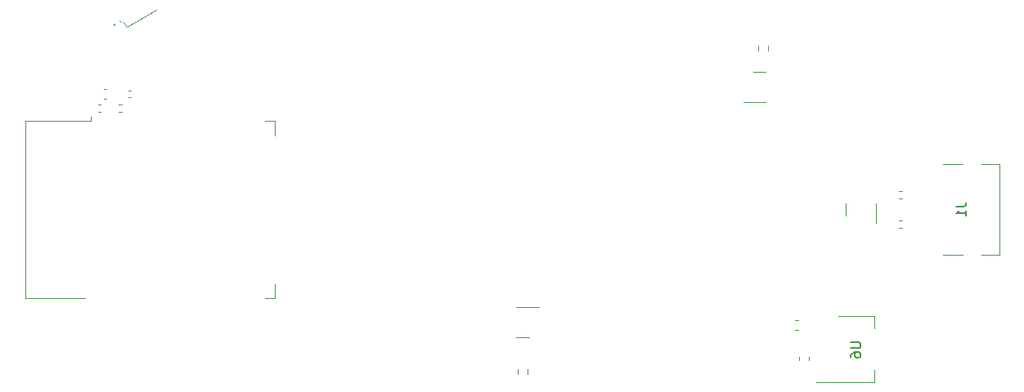
<source format=gbr>
%TF.GenerationSoftware,KiCad,Pcbnew,7.0.5*%
%TF.CreationDate,2023-07-04T20:42:27-04:00*%
%TF.ProjectId,Nixie Clock,4e697869-6520-4436-9c6f-636b2e6b6963,rev?*%
%TF.SameCoordinates,Original*%
%TF.FileFunction,Legend,Bot*%
%TF.FilePolarity,Positive*%
%FSLAX46Y46*%
G04 Gerber Fmt 4.6, Leading zero omitted, Abs format (unit mm)*
G04 Created by KiCad (PCBNEW 7.0.5) date 2023-07-04 20:42:27*
%MOMM*%
%LPD*%
G01*
G04 APERTURE LIST*
%ADD10C,0.150000*%
%ADD11C,0.120000*%
%ADD12C,0.100000*%
G04 APERTURE END LIST*
D10*
%TO.C,J1*%
X225260819Y-83486666D02*
X225975104Y-83486666D01*
X225975104Y-83486666D02*
X226117961Y-83439047D01*
X226117961Y-83439047D02*
X226213200Y-83343809D01*
X226213200Y-83343809D02*
X226260819Y-83200952D01*
X226260819Y-83200952D02*
X226260819Y-83105714D01*
X226260819Y-84486666D02*
X226260819Y-83915238D01*
X226260819Y-84200952D02*
X225260819Y-84200952D01*
X225260819Y-84200952D02*
X225403676Y-84105714D01*
X225403676Y-84105714D02*
X225498914Y-84010476D01*
X225498914Y-84010476D02*
X225546533Y-83915238D01*
%TO.C,U6*%
X214338819Y-97602095D02*
X215148342Y-97602095D01*
X215148342Y-97602095D02*
X215243580Y-97649714D01*
X215243580Y-97649714D02*
X215291200Y-97697333D01*
X215291200Y-97697333D02*
X215338819Y-97792571D01*
X215338819Y-97792571D02*
X215338819Y-97983047D01*
X215338819Y-97983047D02*
X215291200Y-98078285D01*
X215291200Y-98078285D02*
X215243580Y-98125904D01*
X215243580Y-98125904D02*
X215148342Y-98173523D01*
X215148342Y-98173523D02*
X214338819Y-98173523D01*
X214338819Y-99078285D02*
X214338819Y-98887809D01*
X214338819Y-98887809D02*
X214386438Y-98792571D01*
X214386438Y-98792571D02*
X214434057Y-98744952D01*
X214434057Y-98744952D02*
X214576914Y-98649714D01*
X214576914Y-98649714D02*
X214767390Y-98602095D01*
X214767390Y-98602095D02*
X215148342Y-98602095D01*
X215148342Y-98602095D02*
X215243580Y-98649714D01*
X215243580Y-98649714D02*
X215291200Y-98697333D01*
X215291200Y-98697333D02*
X215338819Y-98792571D01*
X215338819Y-98792571D02*
X215338819Y-98983047D01*
X215338819Y-98983047D02*
X215291200Y-99078285D01*
X215291200Y-99078285D02*
X215243580Y-99125904D01*
X215243580Y-99125904D02*
X215148342Y-99173523D01*
X215148342Y-99173523D02*
X214910247Y-99173523D01*
X214910247Y-99173523D02*
X214815009Y-99125904D01*
X214815009Y-99125904D02*
X214767390Y-99078285D01*
X214767390Y-99078285D02*
X214719771Y-98983047D01*
X214719771Y-98983047D02*
X214719771Y-98792571D01*
X214719771Y-98792571D02*
X214767390Y-98697333D01*
X214767390Y-98697333D02*
X214815009Y-98649714D01*
X214815009Y-98649714D02*
X214910247Y-98602095D01*
D11*
%TO.C,C4*%
X136658236Y-73664400D02*
X136442564Y-73664400D01*
X136658236Y-72944400D02*
X136442564Y-72944400D01*
D12*
%TO.C,PD1*%
X139049207Y-64354970D02*
X139366707Y-64904897D01*
X139366707Y-64904897D02*
X142446293Y-63126897D01*
D11*
%TO.C,C6*%
X138121349Y-64738589D02*
X138013513Y-64551811D01*
X138744887Y-64378589D02*
X138637051Y-64191811D01*
%TO.C,C5*%
X139564164Y-71471200D02*
X139779836Y-71471200D01*
X139564164Y-72191200D02*
X139779836Y-72191200D01*
%TO.C,J1*%
X229706000Y-79120000D02*
X229706000Y-88520000D01*
X227806000Y-79120000D02*
X229706000Y-79120000D01*
X223906000Y-79120000D02*
X225906000Y-79120000D01*
X227806000Y-88520000D02*
X229706000Y-88520000D01*
X223906000Y-88520000D02*
X225906000Y-88520000D01*
%TO.C,C1*%
X208852580Y-96334000D02*
X208571420Y-96334000D01*
X208852580Y-95314000D02*
X208571420Y-95314000D01*
%TO.C,R3*%
X138837641Y-73684400D02*
X138530359Y-73684400D01*
X138837641Y-72924400D02*
X138530359Y-72924400D01*
%TO.C,C3*%
X137249780Y-72341200D02*
X136968620Y-72341200D01*
X137249780Y-71321200D02*
X136968620Y-71321200D01*
%TO.C,R1*%
X219609641Y-82676000D02*
X219302359Y-82676000D01*
X219609641Y-81916000D02*
X219302359Y-81916000D01*
%TO.C,D1*%
X213832000Y-84470000D02*
X213832000Y-83170000D01*
X216952000Y-83170000D02*
X216952000Y-85170000D01*
%TO.C,C2*%
X209984000Y-99122620D02*
X209984000Y-99403780D01*
X208964000Y-99122620D02*
X208964000Y-99403780D01*
%TO.C,R5*%
X179817500Y-100838724D02*
X179817500Y-100329276D01*
X180862500Y-100838724D02*
X180862500Y-100329276D01*
%TO.C,Q1*%
X204851000Y-69560000D02*
X204201000Y-69560000D01*
X204851000Y-69560000D02*
X205501000Y-69560000D01*
X204851000Y-72680000D02*
X203176000Y-72680000D01*
X204851000Y-72680000D02*
X205501000Y-72680000D01*
%TO.C,U6*%
X210784000Y-101708000D02*
X216794000Y-101708000D01*
X213034000Y-94888000D02*
X216794000Y-94888000D01*
X216794000Y-94888000D02*
X216794000Y-96148000D01*
X216794000Y-101708000D02*
X216794000Y-100448000D01*
%TO.C,R4*%
X205754500Y-66801276D02*
X205754500Y-67310724D01*
X204709500Y-66801276D02*
X204709500Y-67310724D01*
%TO.C,U5*%
X154682000Y-74620000D02*
X154682000Y-76120000D01*
X153682000Y-74620000D02*
X154682000Y-74620000D01*
X135632000Y-74620000D02*
X135632000Y-74220000D01*
X135632000Y-74620000D02*
X128832000Y-74620000D01*
X128832000Y-74620000D02*
X128832000Y-93020000D01*
X154682000Y-93020000D02*
X154682000Y-91520000D01*
X154682000Y-93020000D02*
X153682000Y-93020000D01*
X128832000Y-93020000D02*
X135032000Y-93020000D01*
%TO.C,R2*%
X219609641Y-85724000D02*
X219302359Y-85724000D01*
X219609641Y-84964000D02*
X219302359Y-84964000D01*
%TO.C,Q2*%
X180340000Y-97064000D02*
X180990000Y-97064000D01*
X180340000Y-97064000D02*
X179690000Y-97064000D01*
X180340000Y-93944000D02*
X182015000Y-93944000D01*
X180340000Y-93944000D02*
X179690000Y-93944000D01*
%TD*%
M02*

</source>
